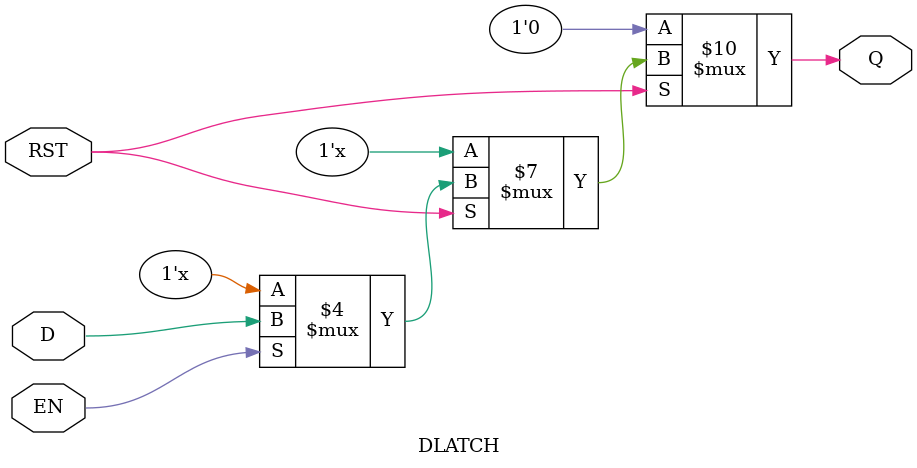
<source format=v>
`timescale 1ns / 1ps
 
// Module Name: D_LATCH

//////////////////////////////////////////////////////////////////////////////////


module DLATCH(
    input D,
    input EN,
    input RST,
    output reg Q
    );
    
always @ (EN or RST or D)
    if (!RST)
        Q = 1'b0;
    else
        if (EN)
            Q = D ;
endmodule

</source>
